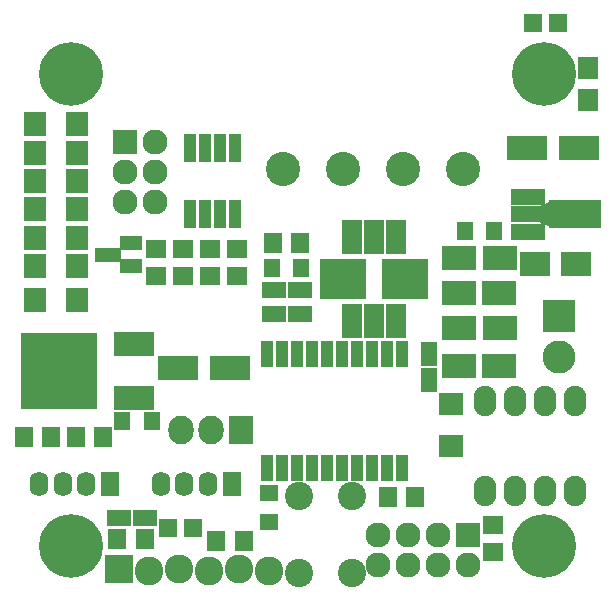
<source format=gts>
G04 #@! TF.FileFunction,Soldermask,Top*
%FSLAX46Y46*%
G04 Gerber Fmt 4.6, Leading zero omitted, Abs format (unit mm)*
G04 Created by KiCad (PCBNEW 4.0.2+dfsg1-stable) date Fr 09 Jun 2017 13:04:17 CEST*
%MOMM*%
G01*
G04 APERTURE LIST*
%ADD10C,0.100000*%
%ADD11R,1.900000X2.100000*%
%ADD12C,5.400000*%
%ADD13R,1.400000X1.650000*%
%ADD14R,1.650000X1.400000*%
%ADD15R,1.598880X2.099260*%
%ADD16O,1.598880X2.099260*%
%ADD17R,2.127200X2.127200*%
%ADD18O,2.127200X2.127200*%
%ADD19R,2.127200X2.432000*%
%ADD20O,2.127200X2.432000*%
%ADD21R,1.900000X1.200100*%
%ADD22R,2.200000X1.200000*%
%ADD23R,3.448000X2.051000*%
%ADD24R,6.496000X6.496000*%
%ADD25R,0.999440X2.398980*%
%ADD26R,1.000000X2.200000*%
%ADD27R,2.432000X2.432000*%
%ADD28C,2.432000*%
%ADD29R,2.100000X1.400000*%
%ADD30R,1.600000X1.600000*%
%ADD31O,1.901140X2.599640*%
%ADD32R,3.900000X3.450000*%
%ADD33R,1.670000X2.900000*%
%ADD34C,2.800000*%
%ADD35R,2.800000X2.800000*%
%ADD36R,2.901900X1.400760*%
%ADD37R,4.400500X2.398980*%
%ADD38C,2.900000*%
%ADD39R,3.000000X2.099260*%
%ADD40R,2.500580X2.099260*%
%ADD41R,1.400000X2.100000*%
%ADD42R,3.399740X2.000200*%
%ADD43C,2.398980*%
%ADD44R,2.100000X1.900000*%
%ADD45R,1.700000X1.600000*%
%ADD46R,1.600000X1.700000*%
%ADD47R,1.700000X1.500000*%
%ADD48R,1.500000X1.700000*%
%ADD49R,1.700000X1.900000*%
%ADD50R,1.598880X1.598880*%
G04 APERTURE END LIST*
D10*
D11*
X125950000Y-109450000D03*
X122350000Y-109450000D03*
X125950000Y-107050000D03*
X122350000Y-107050000D03*
D12*
X165450000Y-140350000D03*
X125450000Y-140350000D03*
X125450000Y-100350000D03*
D13*
X144920000Y-116789000D03*
X142420000Y-116789000D03*
X161270000Y-113639600D03*
X158770000Y-113639600D03*
X132250000Y-129800000D03*
X129750000Y-129800000D03*
D14*
X142146000Y-135859000D03*
X142146000Y-138359000D03*
D15*
X139019280Y-135128000D03*
D16*
X135016240Y-135128000D03*
X137017760Y-135128000D03*
X133017260Y-135128000D03*
D15*
X128732280Y-135128000D03*
D16*
X124729240Y-135128000D03*
X126730760Y-135128000D03*
X122730260Y-135128000D03*
D17*
X129954000Y-106121000D03*
D18*
X132494000Y-106121000D03*
X129954000Y-108661000D03*
X132494000Y-108661000D03*
X129954000Y-111201000D03*
X132494000Y-111201000D03*
D19*
X139800000Y-130500000D03*
D20*
X137260000Y-130500000D03*
X134720000Y-130500000D03*
D21*
X130540760Y-116621600D03*
X130540760Y-114721600D03*
D22*
X128541780Y-115671600D03*
D23*
X130716000Y-127838000D03*
D24*
X124366000Y-125552000D03*
D23*
X130716000Y-123266000D03*
D25*
X135509000Y-112268000D03*
X136779000Y-112268000D03*
X138049000Y-112268000D03*
X139319000Y-112268000D03*
X139319000Y-106680000D03*
X138049000Y-106680000D03*
X136779000Y-106680000D03*
X135509000Y-106680000D03*
D26*
X142011400Y-133741160D03*
X143281400Y-133741160D03*
X144551400Y-133741160D03*
X145821400Y-133741160D03*
X147091400Y-133741160D03*
X148361400Y-133741160D03*
X149631400Y-133741160D03*
X150901400Y-133741160D03*
X152171400Y-133741160D03*
X153441400Y-133741160D03*
X153441400Y-124119640D03*
X152171400Y-124119640D03*
X150901400Y-124119640D03*
X149631400Y-124119640D03*
X148361400Y-124119640D03*
X147091400Y-124119640D03*
X145821400Y-124119640D03*
X144551400Y-124119640D03*
X143281400Y-124119640D03*
X142011400Y-124119640D03*
D27*
X129489200Y-142290800D03*
D28*
X132029200Y-142494000D03*
X134569200Y-142290800D03*
X137109200Y-142494000D03*
X139649200Y-142290800D03*
X142189200Y-142494000D03*
D29*
X142570180Y-120726000D03*
X144769820Y-120726000D03*
X144769820Y-118694000D03*
X142570180Y-118694000D03*
X131688820Y-137998000D03*
X129489180Y-137998000D03*
D30*
X133672580Y-138785600D03*
X135770620Y-138785600D03*
D17*
X159050000Y-139450000D03*
D18*
X159050000Y-141990000D03*
X156510000Y-139450000D03*
X156510000Y-141990000D03*
X153970000Y-139450000D03*
X153970000Y-141990000D03*
X151430000Y-139450000D03*
X151430000Y-141990000D03*
D12*
X165450000Y-100350000D03*
D31*
X168054000Y-128092000D03*
X165514000Y-128092000D03*
X162974000Y-128092000D03*
X160434000Y-128092000D03*
X160434000Y-135712000D03*
X162974000Y-135712000D03*
X165514000Y-135712000D03*
X168054000Y-135712000D03*
D32*
X148435000Y-117750000D03*
X153665000Y-117750000D03*
D33*
X149200000Y-114195000D03*
X151050000Y-114195000D03*
X152900000Y-114195000D03*
X152900000Y-121305000D03*
X149200000Y-121305000D03*
X151050000Y-121305000D03*
D34*
X166700000Y-124350000D03*
D35*
X166700000Y-120850000D03*
D36*
X164119560Y-110766860D03*
X164119560Y-112268000D03*
X164119560Y-113769140D03*
D37*
X168071800Y-112268000D03*
D10*
G36*
X166296950Y-113468760D02*
X165147650Y-112968380D01*
X165147650Y-111567620D01*
X166296950Y-111067240D01*
X166296950Y-113468760D01*
X166296950Y-113468760D01*
G37*
D38*
X143330000Y-108450000D03*
X148410000Y-108450000D03*
X158570000Y-108450000D03*
X153490000Y-108450000D03*
D39*
X158239460Y-125069600D03*
X161698940Y-125069600D03*
X161749740Y-121920000D03*
X158290260Y-121920000D03*
X158239460Y-118922800D03*
X161698940Y-118922800D03*
X161749740Y-115925600D03*
X158290260Y-115925600D03*
D40*
X168150540Y-116484400D03*
X164691060Y-116484400D03*
D41*
X155702000Y-126271020D03*
X155702000Y-124071380D03*
D42*
X164068760Y-106629200D03*
X168468040Y-106629200D03*
X134452360Y-125272800D03*
X138851640Y-125272800D03*
D43*
X149214840Y-142595600D03*
X144713960Y-136093200D03*
X144713960Y-142595600D03*
X149214840Y-136093200D03*
D11*
X125950000Y-111850000D03*
X122350000Y-111850000D03*
X125950000Y-114250000D03*
X122350000Y-114250000D03*
X125955200Y-116636800D03*
X122355200Y-116636800D03*
X125955200Y-119532400D03*
X122355200Y-119532400D03*
D44*
X157632400Y-131898800D03*
X157632400Y-128298800D03*
D11*
X125950000Y-104650000D03*
X122350000Y-104650000D03*
D45*
X132588000Y-115182000D03*
X132588000Y-117482000D03*
X134874000Y-117482000D03*
X134874000Y-115182000D03*
X137160000Y-115182000D03*
X137160000Y-117482000D03*
X139446000Y-115182000D03*
X139446000Y-117482000D03*
D46*
X142512400Y-114655600D03*
X144812400Y-114655600D03*
X131650000Y-139800000D03*
X129350000Y-139800000D03*
D47*
X161188400Y-140850000D03*
D45*
X161188400Y-138550000D03*
D48*
X140037200Y-139903200D03*
D46*
X137737200Y-139903200D03*
D49*
X169200000Y-102550000D03*
X169200000Y-99850000D03*
D50*
X166657020Y-96088200D03*
X164558980Y-96088200D03*
D48*
X152266000Y-136194800D03*
D46*
X154566000Y-136194800D03*
X121450000Y-131100000D03*
X123750000Y-131100000D03*
X125850000Y-131100000D03*
X128150000Y-131100000D03*
M02*

</source>
